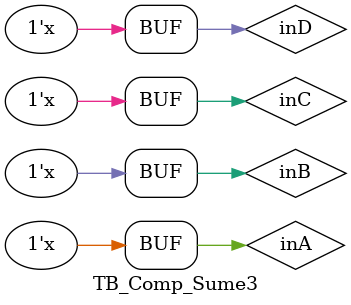
<source format=v>
`timescale 1ns / 1ps


module TB_Comp_Sume3(

    );
    
    // inputs
    reg inA, inB, inC, inD;
    
    // outputs
    wire [3:0] out;
    
    // instantiate
    Comp_Sume3 UUT (
        .inA(inA),
        .inB(inB),
        .inC(inC),
        .inD(inD),
        .out(out)
    );
    
    // stimulus
    initial begin
        inA = 0;
        inB = 0;
        inC = 0;
        inD = 0;
    end
    
    always #20 inD = ~inD;
    always #40 inC = ~inC;
    always #80 inB = ~inB;
    always #160 inA = ~inA;
    
endmodule

</source>
